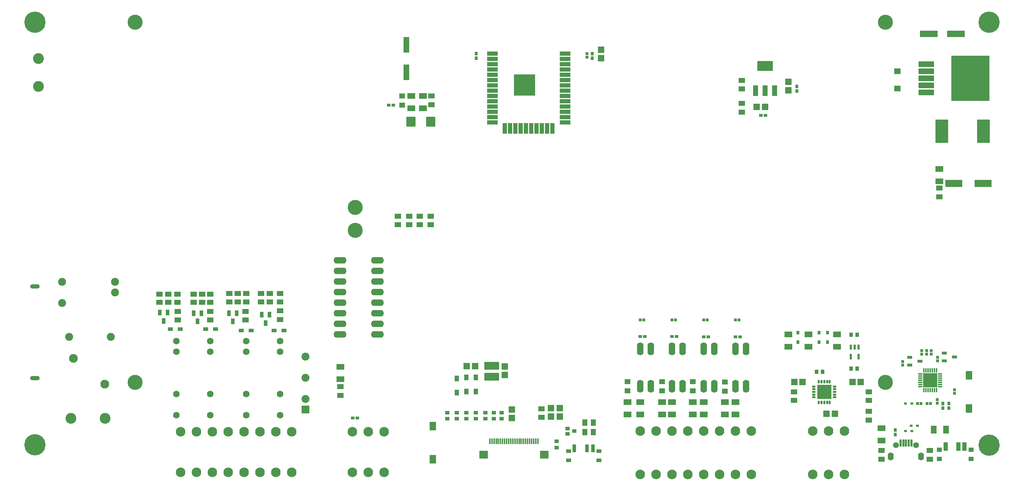
<source format=gts>
G04 Layer: TopSolderMaskLayer*
G04 EasyEDA v6.5.48, 2025-03-05 09:15:20*
G04 46f63332791e42a8a8f84cc4274b5eef,c1046fc99c6340e49b79c231b7c3a508,10*
G04 Gerber Generator version 0.2*
G04 Scale: 100 percent, Rotated: No, Reflected: No *
G04 Dimensions in millimeters *
G04 leading zeros omitted , absolute positions ,4 integer and 5 decimal *
%FSLAX45Y45*%
%MOMM*%

%AMMACRO1*4,1,8,-0.8716,-0.6546,-0.9013,-0.6248,-0.9013,0.6248,-0.8716,0.6546,0.8715,0.6546,0.9013,0.6248,0.9013,-0.6248,0.8715,-0.6546,-0.8716,-0.6546,0*%
%AMMACRO2*4,1,8,-0.6248,-0.9013,-0.6546,-0.8715,-0.6546,0.8716,-0.6248,0.9013,0.6248,0.9013,0.6546,0.8716,0.6546,-0.8715,0.6248,-0.9013,-0.6248,-0.9013,0*%
%AMMACRO3*4,1,8,-0.7095,-0.6171,-0.7393,-0.5873,-0.7393,0.5873,-0.7095,0.6171,0.7095,0.6171,0.7393,0.5873,0.7393,-0.5873,0.7095,-0.6171,-0.7095,-0.6171,0*%
%AMMACRO4*4,1,8,-0.471,-1.0508,-0.5008,-1.021,-0.5008,1.0211,-0.471,1.0508,0.471,1.0508,0.5008,1.0211,0.5008,-1.021,0.471,-1.0508,-0.471,-1.0508,0*%
%AMMACRO5*4,1,8,-0.4711,-1.0508,-0.5008,-1.021,-0.5008,1.0211,-0.4711,1.0508,0.471,1.0508,0.5008,1.0211,0.5008,-1.021,0.471,-1.0508,-0.4711,-1.0508,0*%
%AMMACRO6*4,1,8,-0.5711,-0.5158,-0.6008,-0.486,-0.6008,0.4861,-0.5711,0.5158,0.571,0.5158,0.6008,0.4861,0.6008,-0.486,0.571,-0.5158,-0.5711,-0.5158,0*%
%AMMACRO7*4,1,8,-0.6511,-1.8558,-0.6808,-1.826,-0.6808,1.8261,-0.6511,1.8558,0.651,1.8558,0.6808,1.8261,0.6808,-1.826,0.651,-1.8558,-0.6511,-1.8558,0*%
%AMMACRO8*4,1,8,-2.1211,-0.7508,-2.1508,-0.721,-2.1508,0.7211,-2.1211,0.7508,2.121,0.7508,2.1508,0.7211,2.1508,-0.721,2.121,-0.7508,-2.1211,-0.7508,0*%
%AMMACRO9*4,1,8,-0.5211,-0.4258,-0.5508,-0.396,-0.5508,0.3961,-0.5211,0.4258,0.521,0.4258,0.5508,0.3961,0.5508,-0.396,0.521,-0.4258,-0.5211,-0.4258,0*%
%AMMACRO10*4,1,8,-0.7208,-0.5508,-0.7506,-0.521,-0.7506,0.5211,-0.7208,0.5508,0.7208,0.5508,0.7506,0.5211,0.7506,-0.521,0.7208,-0.5508,-0.7208,-0.5508,0*%
%AMMACRO11*4,1,8,-0.3711,-0.6758,-0.4008,-0.646,-0.4008,0.646,-0.3711,0.6758,0.371,0.6758,0.4008,0.646,0.4008,-0.646,0.371,-0.6758,-0.3711,-0.6758,0*%
%AMMACRO12*4,1,8,-0.4711,-0.4508,-0.5008,-0.421,-0.5008,0.4211,-0.4711,0.4508,0.471,0.4508,0.5008,0.4211,0.5008,-0.421,0.471,-0.4508,-0.4711,-0.4508,0*%
%AMMACRO13*4,1,8,-0.4211,-0.5008,-0.4508,-0.471,-0.4508,0.4711,-0.4211,0.5008,0.421,0.5008,0.4508,0.4711,0.4508,-0.471,0.421,-0.5008,-0.4211,-0.5008,0*%
%AMMACRO14*4,1,8,-0.6961,-0.7558,-0.7258,-0.726,-0.7258,0.7261,-0.6961,0.7558,0.696,0.7558,0.7258,0.7261,0.7258,-0.726,0.696,-0.7558,-0.6961,-0.7558,0*%
%AMMACRO15*4,1,8,-0.7261,-0.7258,-0.7558,-0.696,-0.7558,0.6961,-0.7261,0.7258,0.726,0.7258,0.7558,0.6961,0.7558,-0.696,0.726,-0.7258,-0.7261,-0.7258,0*%
%AMMACRO16*4,1,8,-0.2911,-0.4458,-0.3208,-0.4161,-0.3208,0.4161,-0.2911,0.4458,0.291,0.4458,0.3208,0.4161,0.3208,-0.4161,0.291,-0.4458,-0.2911,-0.4458,0*%
%AMMACRO17*4,1,8,-0.4161,-0.3208,-0.4458,-0.291,-0.4458,0.2911,-0.4161,0.3208,0.4161,0.3208,0.4458,0.2911,0.4458,-0.291,0.4161,-0.3208,-0.4161,-0.3208,0*%
%AMMACRO18*4,1,8,-2.0211,-0.8508,-2.0508,-0.821,-2.0508,0.8211,-2.0211,0.8508,2.021,0.8508,2.0508,0.8211,2.0508,-0.821,2.021,-0.8508,-2.0211,-0.8508,0*%
%AMMACRO19*4,1,8,-0.3211,-0.2508,-0.3508,-0.221,-0.3508,0.2211,-0.3211,0.2508,0.321,0.2508,0.3508,0.2211,0.3508,-0.221,0.321,-0.2508,-0.3211,-0.2508,0*%
%AMMACRO20*4,1,8,-0.3357,-0.465,-0.365,-0.4357,-0.365,0.4357,-0.3357,0.465,0.3357,0.465,0.365,0.4357,0.365,-0.4357,0.3357,-0.465,-0.3357,-0.465,0*%
%AMMACRO21*4,1,8,-0.7564,-0.6858,-0.7861,-0.656,-0.7861,0.6561,-0.7564,0.6858,0.7564,0.6858,0.7861,0.6561,0.7861,-0.656,0.7564,-0.6858,-0.7564,-0.6858,0*%
%AMMACRO22*4,1,8,-0.3211,-0.3258,-0.3508,-0.296,-0.3508,0.2961,-0.3211,0.3258,0.321,0.3258,0.3508,0.2961,0.3508,-0.296,0.321,-0.3258,-0.3211,-0.3258,0*%
%AMMACRO23*4,1,8,-0.3211,-0.3258,-0.3508,-0.296,-0.3508,0.296,-0.3211,0.3258,0.321,0.3258,0.3508,0.296,0.3508,-0.296,0.321,-0.3258,-0.3211,-0.3258,0*%
%AMMACRO24*4,1,8,-1.0448,-1.147,-1.0745,-1.1172,-1.0745,1.1172,-1.0448,1.147,1.0448,1.147,1.0745,1.1172,1.0745,-1.1172,1.0448,-1.147,-1.0448,-1.147,0*%
%AMMACRO25*4,1,8,-0.1707,-0.65,-0.2,-0.6207,-0.2,0.6207,-0.1707,0.65,0.1707,0.65,0.2,0.6207,0.2,-0.6207,0.1707,-0.65,-0.1707,-0.65,0*%
%AMMACRO26*4,1,8,-1.0207,-0.95,-1.05,-0.9207,-1.05,0.9207,-1.0207,0.95,1.0207,0.95,1.05,0.9207,1.05,-0.9207,1.0207,-0.95,-1.0207,-0.95,0*%
%AMMACRO27*4,1,8,-1.5211,-2.8008,-1.5508,-2.771,-1.5508,2.771,-1.5211,2.8008,1.521,2.8008,1.5508,2.771,1.5508,-2.771,1.521,-2.8008,-1.5211,-2.8008,0*%
%AMMACRO28*4,1,8,-1.6921,-0.9016,-1.7516,-0.8421,-1.7516,0.8421,-1.6921,0.9016,1.6921,0.9016,1.7516,0.8421,1.7516,-0.8421,1.6921,-0.9016,-1.6921,-0.9016,0*%
%AMMACRO29*4,1,8,-0.4211,-0.4828,-0.4508,-0.453,-0.4508,0.4531,-0.4211,0.4828,0.421,0.4828,0.4508,0.4531,0.4508,-0.453,0.421,-0.4828,-0.4211,-0.4828,0*%
%AMMACRO30*4,1,8,-0.5561,-0.3508,-0.5858,-0.321,-0.5858,0.3211,-0.5561,0.3508,0.556,0.3508,0.5858,0.3211,0.5858,-0.321,0.556,-0.3508,-0.5561,-0.3508,0*%
%AMMACRO31*4,1,8,-0.4531,-0.454,-0.4828,-0.4243,-0.4828,0.4243,-0.4531,0.454,0.453,0.454,0.4828,0.4243,0.4828,-0.4243,0.453,-0.454,-0.4531,-0.454,0*%
%AMMACRO32*4,1,8,-0.2911,-0.3336,-0.3208,-0.3038,-0.3208,0.3039,-0.2911,0.3336,0.291,0.3336,0.3208,0.3039,0.3208,-0.3038,0.291,-0.3336,-0.2911,-0.3336,0*%
%AMMACRO33*4,1,8,-0.3039,-0.3208,-0.3336,-0.291,-0.3336,0.2911,-0.3039,0.3208,0.3038,0.3208,0.3336,0.2911,0.3336,-0.291,0.3038,-0.3208,-0.3039,-0.3208,0*%
%AMMACRO34*4,1,8,-0.5873,-0.7393,-0.6171,-0.7095,-0.6171,0.7095,-0.5873,0.7393,0.5873,0.7393,0.6171,0.7095,0.6171,-0.7095,0.5873,-0.7393,-0.5873,-0.7393,0*%
%AMMACRO35*4,1,8,-0.7711,-1.0008,-0.8008,-0.971,-0.8008,0.9711,-0.7711,1.0008,0.771,1.0008,0.8008,0.9711,0.8008,-0.971,0.771,-1.0008,-0.7711,-1.0008,0*%
%AMMACRO36*4,1,8,-0.4961,-0.6508,-0.5258,-0.621,-0.5258,0.6211,-0.4961,0.6508,0.496,0.6508,0.5258,0.6211,0.5258,-0.621,0.496,-0.6508,-0.4961,-0.6508,0*%
%AMMACRO37*4,1,8,-1.2211,-0.5008,-1.2508,-0.471,-1.2508,0.471,-1.2211,0.5008,1.221,0.5008,1.2508,0.471,1.2508,-0.471,1.221,-0.5008,-1.2211,-0.5008,0*%
%AMMACRO38*4,1,8,-0.4711,-1.2508,-0.5008,-1.221,-0.5008,1.2211,-0.4711,1.2508,0.471,1.2508,0.5008,1.2211,0.5008,-1.221,0.471,-1.2508,-0.4711,-1.2508,0*%
%AMMACRO39*4,1,8,-2.5211,-2.5508,-2.5508,-2.521,-2.5508,2.5211,-2.5211,2.5508,2.521,2.5508,2.5508,2.5211,2.5508,-2.521,2.521,-2.5508,-2.5211,-2.5508,0*%
%AMMACRO40*4,1,8,-0.4736,-0.1908,-0.5033,-0.161,-0.5033,0.1611,-0.4736,0.1908,0.4735,0.1908,0.5033,0.1611,0.5033,-0.161,0.4735,-0.1908,-0.4736,-0.1908,0*%
%AMMACRO41*4,1,8,-0.1611,-0.5033,-0.1908,-0.4735,-0.1908,0.4736,-0.1611,0.5033,0.161,0.5033,0.1908,0.4736,0.1908,-0.4735,0.161,-0.5033,-0.1611,-0.5033,0*%
%AMMACRO42*4,1,8,-1.6961,-1.7258,-1.7258,-1.696,-1.7258,1.6961,-1.6961,1.7258,1.696,1.7258,1.7258,1.6961,1.7258,-1.696,1.696,-1.7258,-1.6961,-1.7258,0*%
%AMMACRO43*4,1,8,-0.9211,-0.9508,-0.9508,-0.921,-0.9508,0.9211,-0.9211,0.9508,0.921,0.9508,0.9508,0.9211,0.9508,-0.921,0.921,-0.9508,-0.9211,-0.9508,0*%
%AMMACRO44*4,1,8,-0.5711,-1.3008,-0.6008,-1.271,-0.6008,1.2711,-0.5711,1.3008,0.571,1.3008,0.6008,1.2711,0.6008,-1.271,0.571,-1.3008,-0.5711,-1.3008,0*%
%AMMACRO45*4,1,8,-1.8211,-1.2208,-1.8508,-1.191,-1.8508,1.1911,-1.8211,1.2208,1.821,1.2208,1.8508,1.1911,1.8508,-1.191,1.821,-1.2208,-1.8211,-1.2208,0*%
%AMMACRO46*4,1,8,-0.646,-0.5508,-0.6758,-0.521,-0.6758,0.5211,-0.646,0.5508,0.646,0.5508,0.6758,0.5211,0.6758,-0.521,0.646,-0.5508,-0.646,-0.5508,0*%
%AMMACRO47*4,1,8,-0.2661,-0.6293,-0.2958,-0.5995,-0.2958,0.5996,-0.2661,0.6293,0.266,0.6293,0.2958,0.5996,0.2958,-0.5995,0.266,-0.6293,-0.2661,-0.6293,0*%
%AMMACRO48*4,1,8,-0.2661,-0.6383,-0.2958,-0.6085,-0.2958,0.6086,-0.2661,0.6383,0.266,0.6383,0.2958,0.6086,0.2958,-0.6085,0.266,-0.6383,-0.2661,-0.6383,0*%
%AMMACRO49*4,1,8,-1.646,-1.6758,-1.6758,-1.646,-1.6758,1.646,-1.646,1.6758,1.646,1.6758,1.6758,1.646,1.6758,-1.646,1.646,-1.6758,-1.646,-1.6758,0*%
%AMMACRO50*4,1,8,-1.7921,-0.6363,-1.8516,-0.5767,-1.8516,0.5768,-1.7921,0.6363,1.7921,0.6363,1.8516,0.5768,1.8516,-0.5767,1.7921,-0.6363,-1.7921,-0.6363,0*%
%AMMACRO51*4,1,8,-4.4871,-5.4316,-4.5466,-5.372,-4.5466,5.3721,-4.4871,5.4316,4.4871,5.4316,4.5466,5.3721,4.5466,-5.372,4.4871,-5.4316,-4.4871,-5.4316,0*%
%AMMACRO52*4,1,8,-0.2211,-0.8508,-0.2508,-0.821,-0.2508,0.821,-0.2211,0.8508,0.221,0.8508,0.2508,0.821,0.2508,-0.821,0.221,-0.8508,-0.2211,-0.8508,0*%
%AMMACRO53*4,1,8,-0.3711,-0.9508,-0.4008,-0.921,-0.4008,0.9211,-0.3711,0.9508,0.371,0.9508,0.4008,0.9211,0.4008,-0.921,0.371,-0.9508,-0.3711,-0.9508,0*%
%AMMACRO54*4,1,8,-0.5211,-0.4508,-0.5508,-0.421,-0.5508,0.4211,-0.5211,0.4508,0.521,0.4508,0.5508,0.4211,0.5508,-0.421,0.521,-0.4508,-0.5211,-0.4508,0*%
%ADD10MACRO1*%
%ADD11MACRO2*%
%ADD12MACRO3*%
%ADD13C,2.6016*%
%ADD14C,3.6016*%
%ADD15C,2.3016*%
%ADD16MACRO4*%
%ADD17MACRO5*%
%ADD18MACRO6*%
%ADD19MACRO7*%
%ADD20MACRO8*%
%ADD21MACRO9*%
%ADD22C,1.6016*%
%ADD23MACRO10*%
%ADD24O,3.101594X1.6015970000000002*%
%ADD25MACRO11*%
%ADD26MACRO12*%
%ADD27MACRO13*%
%ADD28MACRO14*%
%ADD29MACRO15*%
%ADD30MACRO16*%
%ADD31MACRO17*%
%ADD32C,1.9016*%
%ADD33MACRO18*%
%ADD34MACRO19*%
%ADD35MACRO20*%
%ADD36MACRO21*%
%ADD37MACRO22*%
%ADD38MACRO23*%
%ADD39MACRO24*%
%ADD40O,2.2999954000000002X1.0999978000000001*%
%ADD41MACRO25*%
%ADD42MACRO26*%
%ADD43MACRO27*%
%ADD44MACRO28*%
%ADD45MACRO29*%
%ADD46MACRO30*%
%ADD47MACRO31*%
%ADD48MACRO32*%
%ADD49MACRO33*%
%ADD50MACRO34*%
%ADD51C,2.1016*%
%ADD52MACRO35*%
%ADD53MACRO36*%
%ADD54MACRO37*%
%ADD55MACRO38*%
%ADD56MACRO39*%
%ADD57MACRO40*%
%ADD58MACRO41*%
%ADD59MACRO42*%
%ADD60O,1.6015970000000002X3.101594*%
%ADD61MACRO43*%
%ADD62MACRO44*%
%ADD63MACRO45*%
%ADD64MACRO46*%
%ADD65MACRO47*%
%ADD66MACRO48*%
%ADD67O,0.9485884X0.4656074*%
%ADD68O,0.4656074X0.9485884*%
%ADD69MACRO49*%
%ADD70MACRO50*%
%ADD71MACRO51*%
%ADD72MACRO52*%
%ADD73O,1.4015974000000002X1.9015964*%
%ADD74C,1.4016*%
%ADD75MACRO53*%
%ADD76MACRO54*%
%ADD77C,5.1016*%
%ADD78C,0.0122*%

%LPD*%
D10*
G01*
X14820900Y-9926876D03*
G01*
X14820900Y-9631123D03*
G01*
X20916900Y-10253423D03*
G01*
X20916900Y-10549176D03*
G01*
X15646400Y-9926876D03*
G01*
X15646400Y-9631123D03*
G01*
X16383000Y-9926876D03*
G01*
X16383000Y-9631123D03*
G01*
X17157700Y-9926876D03*
G01*
X17157700Y-9631123D03*
G01*
X9626600Y-2573576D03*
G01*
X9626600Y-2277823D03*
G01*
X9906000Y-2573576D03*
G01*
X9906000Y-2277823D03*
D11*
G01*
X22461776Y-10287000D03*
G01*
X22166023Y-10287000D03*
D12*
G01*
X20612100Y-9586904D03*
G01*
X20612100Y-9386895D03*
D10*
G01*
X7924800Y-8780223D03*
G01*
X7924800Y-9075976D03*
G01*
X22301200Y-4030423D03*
G01*
X22301200Y-4326176D03*
D13*
G01*
X683107Y-1379220D03*
G01*
X683107Y-2054225D03*
D14*
G01*
X8283092Y-5504205D03*
G01*
X8283092Y-4954219D03*
D15*
G01*
X4089400Y-11315700D03*
G01*
X4470400Y-11315700D03*
G01*
X4851400Y-11315700D03*
G01*
X5232400Y-11315700D03*
G01*
X5613400Y-11315700D03*
G01*
X5994400Y-11315700D03*
G01*
X6375400Y-11315700D03*
G01*
X6756400Y-11315700D03*
G01*
X15125700Y-11366500D03*
G01*
X15506700Y-11366500D03*
G01*
X15887700Y-11366500D03*
G01*
X16268700Y-11366500D03*
G01*
X16649700Y-11366500D03*
G01*
X17030700Y-11366500D03*
G01*
X17411700Y-11366500D03*
G01*
X17792700Y-11366500D03*
G01*
X8978900Y-11315700D03*
G01*
X8597900Y-11315700D03*
G01*
X8216900Y-11315700D03*
G01*
X20027900Y-11366500D03*
G01*
X19646900Y-11366500D03*
G01*
X19265900Y-11366500D03*
D16*
G01*
X22457194Y-10696727D03*
D17*
G01*
X22757194Y-10696727D03*
G01*
X22907181Y-10696727D03*
D18*
G01*
X23062196Y-10767872D03*
G01*
X23062196Y-10994872D03*
G01*
X22302203Y-10994872D03*
G01*
X22302203Y-10767872D03*
D19*
G01*
X9512307Y-1054808D03*
G01*
X9512307Y-1713806D03*
D20*
G01*
X22050691Y-787400D03*
G01*
X22704108Y-787400D03*
D15*
G01*
X20027900Y-10325100D03*
G01*
X19646900Y-10325100D03*
G01*
X19265900Y-10325100D03*
G01*
X8978900Y-10337800D03*
G01*
X8597900Y-10337800D03*
G01*
X8216900Y-10337800D03*
D21*
G01*
X4696044Y-7872323D03*
G01*
X4930550Y-7872323D03*
G01*
X5546944Y-7910423D03*
G01*
X5781450Y-7910423D03*
G01*
X6334344Y-7910423D03*
G01*
X6568850Y-7910423D03*
D22*
G01*
X4800600Y-8167115D03*
G01*
X4800600Y-8421115D03*
G01*
X4800600Y-9437065D03*
G01*
X4800600Y-9939756D03*
G01*
X5664200Y-8167115D03*
G01*
X5664200Y-8421115D03*
G01*
X5664200Y-9437065D03*
G01*
X5664200Y-9939756D03*
G01*
X6477000Y-8167115D03*
G01*
X6477000Y-8421115D03*
G01*
X6477000Y-9437065D03*
G01*
X6477000Y-9939756D03*
D23*
G01*
X4800600Y-7659852D03*
G01*
X4800600Y-7449794D03*
G01*
X5651500Y-7659852D03*
G01*
X5651500Y-7449794D03*
G01*
X6477000Y-7647152D03*
G01*
X6477000Y-7437094D03*
D12*
G01*
X4013200Y-7235728D03*
G01*
X4013200Y-7035718D03*
G01*
X9302750Y-5170495D03*
G01*
X9302750Y-5370504D03*
G01*
X3797300Y-7035718D03*
G01*
X3797300Y-7235728D03*
G01*
X4800600Y-7235728D03*
G01*
X4800600Y-7035718D03*
G01*
X9575800Y-5170495D03*
G01*
X9575800Y-5370504D03*
G01*
X4610100Y-7035718D03*
G01*
X4610100Y-7235728D03*
G01*
X4406900Y-7035718D03*
G01*
X4406900Y-7235728D03*
G01*
X5664200Y-7223028D03*
G01*
X5664200Y-7023018D03*
G01*
X9829800Y-5170495D03*
G01*
X9829800Y-5370504D03*
G01*
X5461000Y-7023018D03*
G01*
X5461000Y-7223028D03*
G01*
X5257800Y-7023018D03*
G01*
X5257800Y-7223028D03*
G01*
X6477000Y-7223028D03*
G01*
X6477000Y-7023018D03*
G01*
X10096500Y-5170495D03*
G01*
X10096500Y-5370504D03*
G01*
X6235700Y-7023018D03*
G01*
X6235700Y-7223028D03*
G01*
X6019800Y-7023018D03*
G01*
X6019800Y-7223028D03*
G01*
X3581400Y-7035718D03*
G01*
X3581400Y-7235728D03*
D24*
G01*
X7919313Y-6985000D03*
G01*
X8819311Y-6731000D03*
G01*
X8819311Y-6985000D03*
G01*
X7919313Y-6731000D03*
D25*
G01*
X4590796Y-7492923D03*
G01*
X4400805Y-7492923D03*
G01*
X4495801Y-7692923D03*
D24*
G01*
X7919313Y-7493000D03*
G01*
X8819311Y-7239000D03*
G01*
X8819311Y-7493000D03*
G01*
X7919313Y-7239000D03*
D25*
G01*
X5441696Y-7492923D03*
G01*
X5251705Y-7492923D03*
G01*
X5346701Y-7692923D03*
D24*
G01*
X7919313Y-8001000D03*
G01*
X8819311Y-7747000D03*
G01*
X8819311Y-8001000D03*
G01*
X7919313Y-7747000D03*
D25*
G01*
X6229096Y-7531023D03*
G01*
X6039105Y-7531023D03*
G01*
X6134101Y-7731023D03*
D26*
G01*
X10490200Y-10026799D03*
G01*
X10490200Y-9886800D03*
G01*
X10718800Y-10026799D03*
G01*
X10718800Y-9886800D03*
G01*
X10947400Y-10026799D03*
G01*
X10947400Y-9886800D03*
G01*
X11176000Y-10026799D03*
G01*
X11176000Y-9886800D03*
G01*
X11404600Y-10026799D03*
G01*
X11404600Y-9886800D03*
G01*
X11607800Y-10026799D03*
G01*
X11607800Y-9886800D03*
G01*
X11798300Y-10026799D03*
G01*
X11798300Y-9886800D03*
D27*
G01*
X20330741Y-8012023D03*
G01*
X20190741Y-8012023D03*
G01*
X20330734Y-8825621D03*
G01*
X20190734Y-8825621D03*
D28*
G01*
X12039600Y-9805997D03*
G01*
X12039600Y-10006002D03*
G01*
X11874500Y-8977302D03*
G01*
X11874500Y-8777297D03*
D29*
G01*
X11161702Y-8763000D03*
G01*
X10961697Y-8763000D03*
D28*
G01*
X13195300Y-9973053D03*
G01*
X13195300Y-9773048D03*
G01*
X12979400Y-9973053D03*
G01*
X12979400Y-9773048D03*
G01*
X14185900Y-1370002D03*
G01*
X14185900Y-1169997D03*
D29*
G01*
X19594243Y-9904323D03*
G01*
X19794247Y-9904323D03*
G01*
X20416547Y-9142323D03*
G01*
X20216543Y-9142323D03*
G01*
X19019547Y-9142323D03*
G01*
X18819543Y-9142323D03*
D28*
G01*
X18681700Y-2144702D03*
G01*
X18681700Y-1944697D03*
D29*
G01*
X18121302Y-2540000D03*
G01*
X17921297Y-2540000D03*
D30*
G01*
X22390100Y-9660994D03*
G01*
X22390100Y-9770005D03*
G01*
X21247100Y-10295994D03*
G01*
X21247100Y-10405005D03*
G01*
X22529800Y-9660994D03*
G01*
X22529800Y-9770005D03*
D31*
G01*
X18126605Y-2743200D03*
G01*
X18017594Y-2743200D03*
G01*
X15231005Y-8051800D03*
G01*
X15121994Y-8051800D03*
D30*
G01*
X11188700Y-1375305D03*
G01*
X11188700Y-1266294D03*
D31*
G01*
X15993005Y-8051800D03*
G01*
X15883994Y-8051800D03*
G01*
X16755005Y-8064500D03*
G01*
X16645994Y-8064500D03*
G01*
X17517005Y-8064500D03*
G01*
X17407994Y-8064500D03*
D30*
G01*
X18884900Y-2162705D03*
G01*
X18884900Y-2053694D03*
G01*
X13970000Y-1375305D03*
G01*
X13970000Y-1266294D03*
D31*
G01*
X8334905Y-10005923D03*
G01*
X8225894Y-10005923D03*
G01*
X9198505Y-2501900D03*
G01*
X9089494Y-2501900D03*
D32*
G01*
X1417701Y-8064500D03*
G01*
X2417699Y-8064500D03*
D33*
G01*
X23349694Y-4381507D03*
G01*
X22649695Y-4381507D03*
D34*
G01*
X21489606Y-9664700D03*
G01*
X21639593Y-9664700D03*
G01*
X21489606Y-10325100D03*
G01*
X21639593Y-10325100D03*
G01*
X21629306Y-10198100D03*
G01*
X21779293Y-10198100D03*
D21*
G01*
X3845144Y-7872323D03*
G01*
X4079650Y-7872323D03*
D35*
G01*
X19618039Y-7962099D03*
G01*
X19618046Y-8190090D03*
G01*
X19414839Y-7962099D03*
G01*
X19414846Y-8190090D03*
G01*
X18906839Y-7962099D03*
G01*
X18906846Y-8190090D03*
D36*
G01*
X21297900Y-2098040D03*
G01*
X21297900Y-1686559D03*
D37*
G01*
X13843000Y-1265600D03*
D38*
G01*
X13843000Y-1350600D03*
D39*
G01*
X9619124Y-2895600D03*
G01*
X10091275Y-2895600D03*
D40*
G01*
X596900Y-9050197D03*
G01*
X596900Y-6850202D03*
D41*
G01*
X11515394Y-10569003D03*
G01*
X11565394Y-10569003D03*
G01*
X11615394Y-10569003D03*
G01*
X11665394Y-10569003D03*
G01*
X11715394Y-10569003D03*
G01*
X11765394Y-10569003D03*
G01*
X11815394Y-10569003D03*
G01*
X11865394Y-10569003D03*
G01*
X11915394Y-10569003D03*
G01*
X11965393Y-10569003D03*
G01*
X12015393Y-10569003D03*
G01*
X12065396Y-10569003D03*
G01*
X12115396Y-10569003D03*
G01*
X12165396Y-10569003D03*
G01*
X12215395Y-10569003D03*
G01*
X12265395Y-10569003D03*
G01*
X12315395Y-10569003D03*
G01*
X12365395Y-10569003D03*
G01*
X12415395Y-10569003D03*
G01*
X12465395Y-10569003D03*
G01*
X12515395Y-10569003D03*
G01*
X12565395Y-10569003D03*
G01*
X12615395Y-10569003D03*
G01*
X12665395Y-10569003D03*
D42*
G01*
X11360393Y-10894004D03*
G01*
X12820395Y-10894004D03*
D22*
G01*
X3987800Y-8167115D03*
G01*
X3987800Y-8421115D03*
G01*
X3987800Y-9437065D03*
G01*
X3987800Y-9939756D03*
D43*
G01*
X22360001Y-3124200D03*
G01*
X23359999Y-3124200D03*
D44*
G01*
X11557000Y-8760000D03*
G01*
X11557000Y-9019997D03*
D32*
G01*
X2514727Y-6997827D03*
G01*
X2514472Y-6743572D03*
G01*
X1244727Y-7251827D03*
G01*
X1244472Y-6743572D03*
D45*
G01*
X19497545Y-8901036D03*
G01*
X19357545Y-8901036D03*
D23*
G01*
X20916900Y-11001629D03*
G01*
X20916900Y-10791571D03*
G01*
X4025900Y-7659852D03*
G01*
X4025900Y-7449794D03*
G01*
X17564100Y-2670428D03*
G01*
X17564100Y-2460371D03*
G01*
X22072600Y-11001629D03*
G01*
X22072600Y-10791571D03*
G01*
X22301200Y-4702429D03*
G01*
X22301200Y-4492371D03*
G01*
X10109200Y-2492628D03*
G01*
X10109200Y-2282571D03*
G01*
X7924800Y-9464929D03*
G01*
X7924800Y-9254871D03*
G01*
X20612100Y-10061829D03*
G01*
X20612100Y-9851771D03*
D46*
G01*
X21593500Y-8553704D03*
G01*
X21593500Y-8743696D03*
G01*
X21840499Y-8648700D03*
G01*
X22419000Y-8452104D03*
G01*
X22419000Y-8642096D03*
G01*
X22665999Y-8547100D03*
D26*
G01*
X13542001Y-10325100D03*
G01*
X13381998Y-10390101D03*
G01*
X13381998Y-10260098D03*
D47*
G01*
X13119100Y-10717924D03*
G01*
X13119100Y-10567275D03*
D48*
G01*
X22250400Y-9657182D03*
G01*
X22250400Y-9570617D03*
G01*
X21424900Y-8656217D03*
G01*
X21424900Y-8742782D03*
G01*
X22110700Y-8476082D03*
G01*
X22110700Y-8389517D03*
G01*
X21996400Y-8476082D03*
G01*
X21996400Y-8389517D03*
D49*
G01*
X22090482Y-9664700D03*
G01*
X22003917Y-9664700D03*
D48*
G01*
X22263100Y-8554617D03*
G01*
X22263100Y-8641182D03*
D49*
G01*
X21861882Y-9664700D03*
G01*
X21775317Y-9664700D03*
D48*
G01*
X22669500Y-9329317D03*
G01*
X22669500Y-9415882D03*
G01*
X21882100Y-8476082D03*
G01*
X21882100Y-8389517D03*
D49*
G01*
X15120517Y-7658100D03*
G01*
X15207082Y-7658100D03*
G01*
X15882517Y-7658100D03*
G01*
X15969082Y-7658100D03*
G01*
X16644517Y-7658100D03*
G01*
X16731082Y-7658100D03*
G01*
X17406517Y-7658100D03*
G01*
X17493082Y-7658100D03*
D10*
G01*
X19846645Y-8299599D03*
G01*
X19846645Y-8003847D03*
G01*
X19160845Y-8299599D03*
G01*
X19160845Y-8003847D03*
G01*
X18678245Y-8299599D03*
G01*
X18678245Y-8003847D03*
G01*
X17411700Y-9631123D03*
G01*
X17411700Y-9926876D03*
G01*
X16649700Y-9631123D03*
G01*
X16649700Y-9926876D03*
G01*
X15887700Y-9631123D03*
G01*
X15887700Y-9926876D03*
G01*
X15125700Y-9631123D03*
G01*
X15125700Y-9926876D03*
D50*
G01*
X13993804Y-10121900D03*
G01*
X13793795Y-10121900D03*
D12*
G01*
X12750800Y-9793295D03*
G01*
X12750800Y-9993304D03*
G01*
X17564100Y-2106604D03*
G01*
X17564100Y-1906595D03*
D50*
G01*
X13993804Y-10350500D03*
G01*
X13793795Y-10350500D03*
D12*
G01*
X18817945Y-9585228D03*
G01*
X18817945Y-9385218D03*
D51*
G01*
X2267305Y-9200006D03*
G01*
X1517294Y-8579993D03*
D52*
G01*
X10147301Y-11004499D03*
G01*
X10147301Y-10204500D03*
G01*
X23012401Y-9785299D03*
G01*
X23012401Y-8985300D03*
D53*
G01*
X10947400Y-9037497D03*
G01*
X10947400Y-9377502D03*
G01*
X10718800Y-9402902D03*
G01*
X10718800Y-9062897D03*
G01*
X11176000Y-9037497D03*
G01*
X11176000Y-9377502D03*
D25*
G01*
X3777996Y-7480223D03*
G01*
X3588005Y-7480223D03*
G01*
X3683001Y-7680223D03*
D54*
G01*
X11576014Y-1262489D03*
G01*
X11576014Y-1389489D03*
G01*
X11576014Y-1516489D03*
G01*
X11576014Y-1643489D03*
G01*
X11576014Y-1770489D03*
G01*
X11576014Y-1897489D03*
G01*
X11576014Y-2024489D03*
G01*
X11576014Y-2151489D03*
G01*
X11576014Y-2278489D03*
G01*
X11576014Y-2405489D03*
G01*
X11576014Y-2532489D03*
G01*
X11576014Y-2659489D03*
G01*
X11576014Y-2786489D03*
G01*
X11576014Y-2913489D03*
D55*
G01*
X11874501Y-3055510D03*
G01*
X12001501Y-3055510D03*
G01*
X12128501Y-3055510D03*
G01*
X12255501Y-3055510D03*
G01*
X12382501Y-3055510D03*
G01*
X12509501Y-3055485D03*
G01*
X12636501Y-3055485D03*
G01*
X12763501Y-3055485D03*
G01*
X12890501Y-3055485D03*
G01*
X13017501Y-3055485D03*
D54*
G01*
X13315985Y-2913489D03*
G01*
X13315985Y-2786489D03*
G01*
X13315985Y-2659489D03*
G01*
X13315985Y-2532489D03*
G01*
X13315985Y-2405489D03*
G01*
X13315985Y-2278489D03*
G01*
X13315985Y-2151489D03*
G01*
X13315985Y-2024489D03*
G01*
X13315985Y-1897489D03*
G01*
X13315985Y-1770489D03*
G01*
X13315985Y-1643489D03*
G01*
X13315985Y-1516489D03*
G01*
X13315985Y-1389489D03*
G01*
X13315985Y-1262489D03*
D56*
G01*
X12344299Y-2016790D03*
D57*
G01*
X21844101Y-8954236D03*
G01*
X21844101Y-9004223D03*
G01*
X21844101Y-9054236D03*
G01*
X21844101Y-9104223D03*
G01*
X21844101Y-9154236D03*
G01*
X21844101Y-9204223D03*
G01*
X21844101Y-9254235D03*
D58*
G01*
X21931858Y-9341967D03*
G01*
X21981845Y-9341967D03*
G01*
X22031858Y-9341967D03*
G01*
X22081845Y-9341967D03*
G01*
X22131858Y-9341967D03*
G01*
X22181845Y-9341967D03*
G01*
X22231858Y-9341967D03*
D57*
G01*
X22319589Y-9254235D03*
G01*
X22319589Y-9204223D03*
G01*
X22319589Y-9154236D03*
G01*
X22319589Y-9104223D03*
G01*
X22319589Y-9054236D03*
G01*
X22319589Y-9004223D03*
G01*
X22319589Y-8954236D03*
D58*
G01*
X22231858Y-8866479D03*
G01*
X22181845Y-8866479D03*
G01*
X22131858Y-8866479D03*
G01*
X22081845Y-8866479D03*
G01*
X22031858Y-8866479D03*
G01*
X21981845Y-8866479D03*
G01*
X21931858Y-8866479D03*
D59*
G01*
X22081845Y-9104223D03*
D24*
G01*
X7919313Y-6477000D03*
G01*
X8819311Y-6223000D03*
G01*
X8819311Y-6477000D03*
G01*
X7919313Y-6223000D03*
D60*
G01*
X17411700Y-8351088D03*
G01*
X17665700Y-9251086D03*
G01*
X17411700Y-9251086D03*
G01*
X17665700Y-8351088D03*
G01*
X16649700Y-8351088D03*
G01*
X16903700Y-9251086D03*
G01*
X16649700Y-9251086D03*
G01*
X16903700Y-8351088D03*
G01*
X15887700Y-8351088D03*
G01*
X16141700Y-9251086D03*
G01*
X15887700Y-9251086D03*
G01*
X16141700Y-8351088D03*
G01*
X15125700Y-8351088D03*
G01*
X15379700Y-9251086D03*
G01*
X15125700Y-9251086D03*
G01*
X15379700Y-8351088D03*
D32*
G01*
X7086600Y-8532723D03*
G01*
X7086600Y-9040723D03*
G01*
X7086600Y-9548723D03*
D61*
G01*
X7086600Y-9802723D03*
D15*
G01*
X4089400Y-10337800D03*
G01*
X4470400Y-10337800D03*
G01*
X4851400Y-10337800D03*
G01*
X5232400Y-10337800D03*
G01*
X5613400Y-10337800D03*
G01*
X5994400Y-10337800D03*
G01*
X6375400Y-10337800D03*
G01*
X6756400Y-10337800D03*
G01*
X15125700Y-10325100D03*
G01*
X15506700Y-10325100D03*
G01*
X15887700Y-10325100D03*
G01*
X16268700Y-10325100D03*
G01*
X16649700Y-10325100D03*
G01*
X17030700Y-10325100D03*
G01*
X17411700Y-10325100D03*
G01*
X17792700Y-10325100D03*
D62*
G01*
X17892903Y-2151193D03*
G01*
X18122900Y-2151193D03*
G01*
X18352896Y-2151193D03*
D63*
G01*
X18122900Y-1557197D03*
D64*
G01*
X14820910Y-9355602D03*
G01*
X14820910Y-9135587D03*
G01*
X15646410Y-9355602D03*
G01*
X15646410Y-9135587D03*
G01*
X16383010Y-9355602D03*
G01*
X16383010Y-9135587D03*
G01*
X17157710Y-9368302D03*
G01*
X17157710Y-9148287D03*
G01*
X9410689Y-2277597D03*
G01*
X9410689Y-2497612D03*
D13*
G01*
X1454404Y-10020300D03*
G01*
X2279395Y-10020300D03*
D65*
G01*
X20367802Y-8309254D03*
G01*
X20272806Y-8309254D03*
G01*
X20177810Y-8309254D03*
D66*
G01*
X20177810Y-8539988D03*
G01*
X20367802Y-8539988D03*
D67*
G01*
X19291985Y-9253626D03*
G01*
X19291985Y-9318625D03*
G01*
X19291985Y-9383623D03*
G01*
X19291985Y-9448622D03*
G01*
X19291985Y-9513620D03*
D68*
G01*
X19411848Y-9633483D03*
G01*
X19476847Y-9633483D03*
G01*
X19541845Y-9633483D03*
G01*
X19606844Y-9633483D03*
G01*
X19671842Y-9633483D03*
D67*
G01*
X19791705Y-9513620D03*
G01*
X19791705Y-9448622D03*
G01*
X19791705Y-9383623D03*
G01*
X19791705Y-9318625D03*
G01*
X19791705Y-9253626D03*
D68*
G01*
X19671842Y-9133763D03*
G01*
X19606844Y-9133763D03*
G01*
X19541845Y-9133763D03*
G01*
X19476847Y-9133763D03*
G01*
X19411848Y-9133763D03*
D69*
G01*
X19541845Y-9383623D03*
D70*
G01*
X21987102Y-1513839D03*
G01*
X21987102Y-1854200D03*
G01*
X21987102Y-1684019D03*
G01*
X21987102Y-2024380D03*
G01*
X21987102Y-2194560D03*
D71*
G01*
X23047101Y-1854200D03*
D72*
G01*
X21631097Y-10609964D03*
G01*
X21566098Y-10609964D03*
G01*
X21501100Y-10609964D03*
G01*
X21436101Y-10609964D03*
G01*
X21371102Y-10609964D03*
D73*
G01*
X21863583Y-10929238D03*
G01*
X21138616Y-10929238D03*
D74*
G01*
X21258606Y-10662234D03*
G01*
X21743593Y-10662208D03*
D75*
G01*
X13541805Y-10741405D03*
G01*
X13841804Y-10741405D03*
G01*
X13991791Y-10741405D03*
D76*
G01*
X14131805Y-11026406D03*
G01*
X14131805Y-10806407D03*
G01*
X13401804Y-10806407D03*
G01*
X13401804Y-11026406D03*
D14*
G01*
X21005800Y-9156700D03*
G01*
X2997200Y-9156700D03*
D77*
G01*
X596900Y-508000D03*
G01*
X596900Y-10655300D03*
G01*
X23495000Y-508000D03*
G01*
X23495000Y-10657992D03*
D14*
G01*
X3000451Y-508000D03*
G01*
X21005800Y-508000D03*
M02*

</source>
